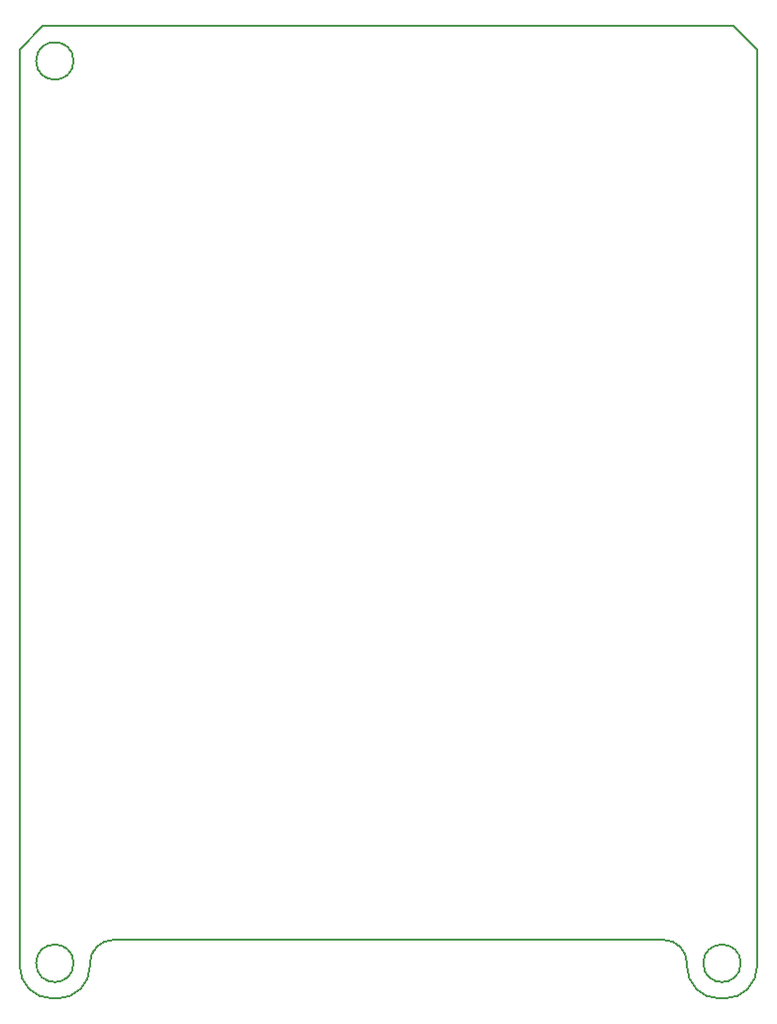
<source format=gm1>
G04 #@! TF.GenerationSoftware,KiCad,Pcbnew,8.0.2-8.0.2-0~ubuntu22.04.1*
G04 #@! TF.CreationDate,2024-05-24T23:54:36+00:00*
G04 #@! TF.ProjectId,PRODashController,50524f44-6173-4684-936f-6e74726f6c6c,rev?*
G04 #@! TF.SameCoordinates,Original*
G04 #@! TF.FileFunction,Profile,NP*
%FSLAX46Y46*%
G04 Gerber Fmt 4.6, Leading zero omitted, Abs format (unit mm)*
G04 Created by KiCad (PCBNEW 8.0.2-8.0.2-0~ubuntu22.04.1) date 2024-05-24 23:54:36*
%MOMM*%
%LPD*%
G01*
G04 APERTURE LIST*
G04 #@! TA.AperFunction,Profile*
%ADD10C,0.200000*%
G04 #@! TD*
G04 APERTURE END LIST*
D10*
X4700000Y80100000D02*
G75*
G02*
X1500000Y80100000I-1600000J0D01*
G01*
X1500000Y80100000D02*
G75*
G02*
X4700000Y80100000I1600000J0D01*
G01*
X6100000Y2850000D02*
G75*
G02*
X3350000Y100000I-2750000J0D01*
G01*
X4700000Y3100000D02*
G75*
G02*
X1500000Y3100000I-1600000J0D01*
G01*
X1500000Y3100000D02*
G75*
G02*
X4700000Y3100000I1600000J0D01*
G01*
X63100000Y2850001D02*
G75*
G02*
X60350000Y100000I-2750000J-1D01*
G01*
X8100000Y5100000D02*
X55098897Y5100000D01*
X2850000Y100000D02*
G75*
G02*
X100000Y2850000I0J2750000D01*
G01*
X100000Y81100000D02*
X2100000Y83100000D01*
X55098897Y5100000D02*
G75*
G02*
X57098900Y3100000I3J-2000000D01*
G01*
X6100000Y3100000D02*
G75*
G02*
X8100000Y5100000I2000000J0D01*
G01*
X60350000Y100000D02*
X59848897Y100000D01*
X57098897Y3100000D02*
X57098897Y2850000D01*
X63100000Y81100000D02*
X61100000Y83100000D01*
X100000Y2850000D02*
X100000Y5100000D01*
X63100000Y2850001D02*
X63100000Y5100000D01*
X100000Y81100000D02*
X100000Y5100000D01*
X61100000Y83100000D02*
X2100000Y83100000D01*
X59848897Y100000D02*
G75*
G02*
X57098900Y2850000I3J2750000D01*
G01*
X61698897Y3100000D02*
G75*
G02*
X58498897Y3100000I-1600000J0D01*
G01*
X58498897Y3100000D02*
G75*
G02*
X61698897Y3100000I1600000J0D01*
G01*
X6100000Y2850000D02*
X6100000Y3100000D01*
X3350000Y100000D02*
X2850000Y100000D01*
X63100000Y5100000D02*
X63100000Y81100000D01*
M02*

</source>
